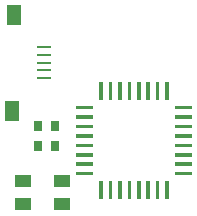
<source format=gbr>
G04 DipTrace 2.4.0.2*
%INTopPaste.gbr*%
%MOMM*%
%ADD61R,1.4X1.1*%
%ADD63R,1.3X1.7*%
%ADD65R,1.2X0.2*%
%ADD67R,0.8X0.9*%
%FSLAX53Y53*%
G04*
G71*
G90*
G75*
G01*
%LNTopPaste*%
%LPD*%
G36*
X16150Y19050D2*
Y19350D1*
X17650D1*
Y19050D1*
X16150D1*
G37*
G36*
Y18250D2*
Y18550D1*
X17650D1*
Y18250D1*
X16150D1*
G37*
G36*
Y17450D2*
Y17750D1*
X17650D1*
Y17450D1*
X16150D1*
G37*
G36*
Y16650D2*
Y16950D1*
X17650D1*
Y16650D1*
X16150D1*
G37*
G36*
Y15850D2*
Y16150D1*
X17650D1*
Y15850D1*
X16150D1*
G37*
G36*
Y15050D2*
Y15350D1*
X17650D1*
Y15050D1*
X16150D1*
G37*
G36*
Y14250D2*
Y14550D1*
X17650D1*
Y14250D1*
X16150D1*
G37*
G36*
Y13450D2*
Y13750D1*
X17650D1*
Y13450D1*
X16150D1*
G37*
G36*
X18150Y12950D2*
X18450D1*
Y11450D1*
X18150D1*
Y12950D1*
G37*
G36*
X18950D2*
X19250D1*
Y11450D1*
X18950D1*
Y12950D1*
G37*
G36*
X19750D2*
X20050D1*
Y11450D1*
X19750D1*
Y12950D1*
G37*
G36*
X20550D2*
X20850D1*
Y11450D1*
X20550D1*
Y12950D1*
G37*
G36*
X21350D2*
X21650D1*
Y11450D1*
X21350D1*
Y12950D1*
G37*
G36*
X22150D2*
X22450D1*
Y11450D1*
X22150D1*
Y12950D1*
G37*
G36*
X22950D2*
X23250D1*
Y11450D1*
X22950D1*
Y12950D1*
G37*
G36*
X23750D2*
X24050D1*
Y11450D1*
X23750D1*
Y12950D1*
G37*
G36*
X24550Y13450D2*
Y13750D1*
X26050D1*
Y13450D1*
X24550D1*
G37*
G36*
Y14250D2*
Y14550D1*
X26050D1*
Y14250D1*
X24550D1*
G37*
G36*
Y15050D2*
Y15350D1*
X26050D1*
Y15050D1*
X24550D1*
G37*
G36*
Y15850D2*
Y16150D1*
X26050D1*
Y15850D1*
X24550D1*
G37*
G36*
Y16650D2*
Y16950D1*
X26050D1*
Y16650D1*
X24550D1*
G37*
G36*
Y17450D2*
Y17750D1*
X26050D1*
Y17450D1*
X24550D1*
G37*
G36*
Y18250D2*
Y18550D1*
X26050D1*
Y18250D1*
X24550D1*
G37*
G36*
Y19050D2*
Y19350D1*
X26050D1*
Y19050D1*
X24550D1*
G37*
G36*
X23750Y21350D2*
X24050D1*
Y19850D1*
X23750D1*
Y21350D1*
G37*
G36*
X22950D2*
X23250D1*
Y19850D1*
X22950D1*
Y21350D1*
G37*
G36*
X22150D2*
X22450D1*
Y19850D1*
X22150D1*
Y21350D1*
G37*
G36*
X21350D2*
X21650D1*
Y19850D1*
X21350D1*
Y21350D1*
G37*
G36*
X20550D2*
X20850D1*
Y19850D1*
X20550D1*
Y21350D1*
G37*
G36*
X19750D2*
X20050D1*
Y19850D1*
X19750D1*
Y21350D1*
G37*
G36*
X18950D2*
X19250D1*
Y19850D1*
X18950D1*
Y21350D1*
G37*
G36*
X18150D2*
X18450D1*
Y19850D1*
X18150D1*
Y21350D1*
G37*
D67*
X14400Y15900D3*
Y17600D3*
X13000Y15900D3*
Y17600D3*
D65*
X13500Y21700D3*
Y22350D3*
Y23000D3*
Y23650D3*
Y24300D3*
D63*
X10900Y27000D3*
X10800Y18900D3*
D61*
X11700Y11000D3*
X15000D3*
X11700Y13000D3*
X15000D3*
M02*

</source>
